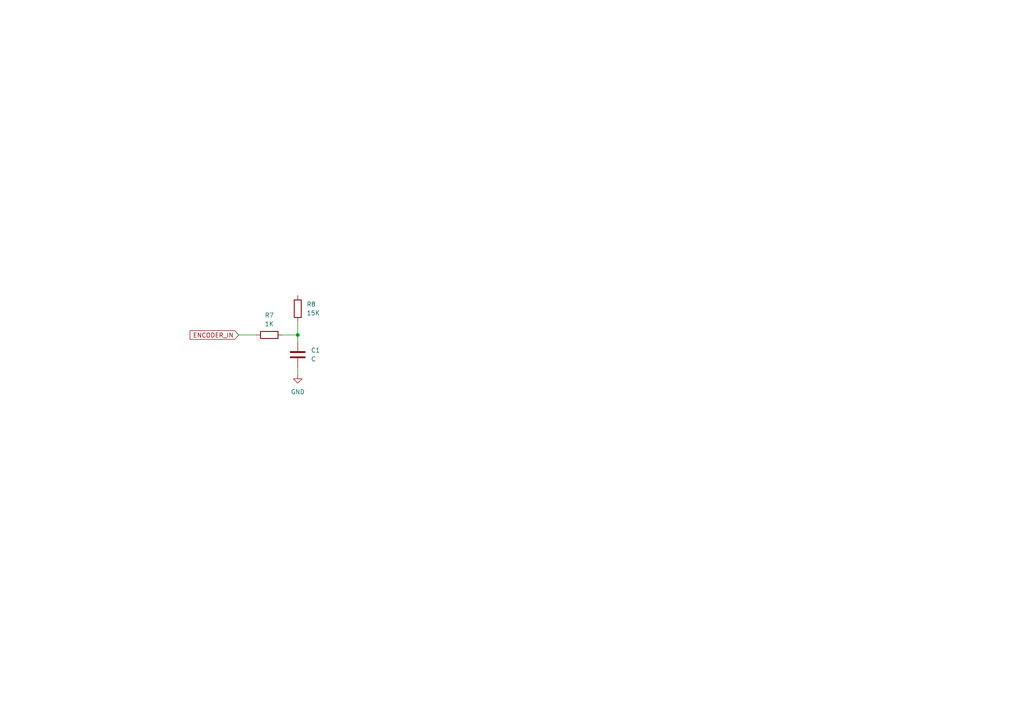
<source format=kicad_sch>
(kicad_sch (version 20250114) (generator "eeschema") (generator_version "9.0")
  (paper "A4")
  (lib_symbols
    (symbol "Device:C" (pin_numbers (hide yes)) (pin_names (offset 0.254))
      (property "Reference" "C" (at 0.635 2.54 0))
      (property "Value" "C" (at 0.635 -2.54 0))
      (symbol "C_0_1"
        (polyline (pts (xy -2.032 0.762) (xy 2.032 0.762)) (stroke (width 0.508)))
        (polyline (pts (xy -2.032 -0.762) (xy 2.032 -0.762)) (stroke (width 0.508)))
      )
      (symbol "C_1_1"
        (pin passive line (at 0 3.81 270) (length 2.794) (name "~") (number "1"))
        (pin passive line (at 0 -3.81 90) (length 2.794) (name "~") (number "2"))
      )
    )
    (symbol "Device:R" (pin_numbers (hide yes)) (pin_names (offset 0))
      (property "Reference" "R" (at 2.032 0 90))
      (property "Value" "R" (at 0 0 90))
      (symbol "R_0_1"
        (rectangle (start -1.016 -2.54) (end 1.016 2.54) (stroke (width 0.254)))
      )
      (symbol "R_1_1"
        (pin passive line (at 0 3.81 270) (length 1.27) (name "~") (number "1"))
        (pin passive line (at 0 -3.81 90) (length 1.27) (name "~") (number "2"))
      )
    )
    (symbol "power:GND" (power) (pin_numbers (hide yes)) (pin_names (offset 0) (hide yes))
      (property "Value" "GND" (at 0 -3.81 0))
      (symbol "GND_0_1"
        (polyline (pts (xy 0 0) (xy 0 -1.27) (xy 1.27 -1.27) (xy 0 -2.54) (xy -1.27 -1.27) (xy 0 -1.27)))
      )
      (symbol "GND_1_1"
        (pin power_in line (at 0 0 270) (length 0) (name "~") (number "1"))
      )
    )
  )
  (junction (at 86.36 97.155))
  (wire (pts (xy 86.36 97.155) (xy 86.36 99.06)))
  (wire (pts (xy 81.915 97.155) (xy 86.36 97.155)))
  (wire (pts (xy 86.36 108.585) (xy 86.36 106.68)))
  (wire (pts (xy 86.36 97.155) (xy 86.36 93.345)))
  (wire (pts (xy 69.215 97.155) (xy 74.295 97.155)))
  (global_label "ENCODER_IN" (shape input) (at 69.215 97.155 180) (property "Intersheetrefs" "${INTERSHEET_REFS}" (effects (hide yes))))
  (symbol (lib_id "Device:R") (at 86.36 89.535 180) (unit 1)
    (property "Reference" "R8" (at 88.9 88.2649 0) (effects (justify right)))
    (property "Value" "15K" (at 88.9 90.8049 0) (effects (justify right)))
    (property "Description" "Resistor" (effects (hide yes)))
  )
  (symbol (lib_id "Device:C") (at 86.36 102.87 0) (unit 1)
    (property "Reference" "C1" (at 90.17 101.5999 0) (effects (justify left)))
    (property "Value" "C" (at 90.17 104.1399 0) (effects (justify left)))
    (property "Description" "Unpolarized capacitor" (effects (hide yes)))
  )
  (symbol (lib_id "Device:R") (at 78.105 97.155 90) (unit 1)
    (property "Reference" "R7" (at 78.105 91.44 90))
    (property "Value" "1K" (at 78.105 93.98 90))
    (property "Description" "Resistor" (effects (hide yes)))
  )
  (symbol (lib_id "power:GND") (at 86.36 108.585 0) (unit 1)
    (property "Reference" "#PWR19" (effects (hide yes)))
    (property "Value" "GND" (at 86.36 113.665 0))
    (property "Description" "Power symbol creates a global label with name \"GND\" , ground" (effects (hide yes)))
  )
)
</source>
